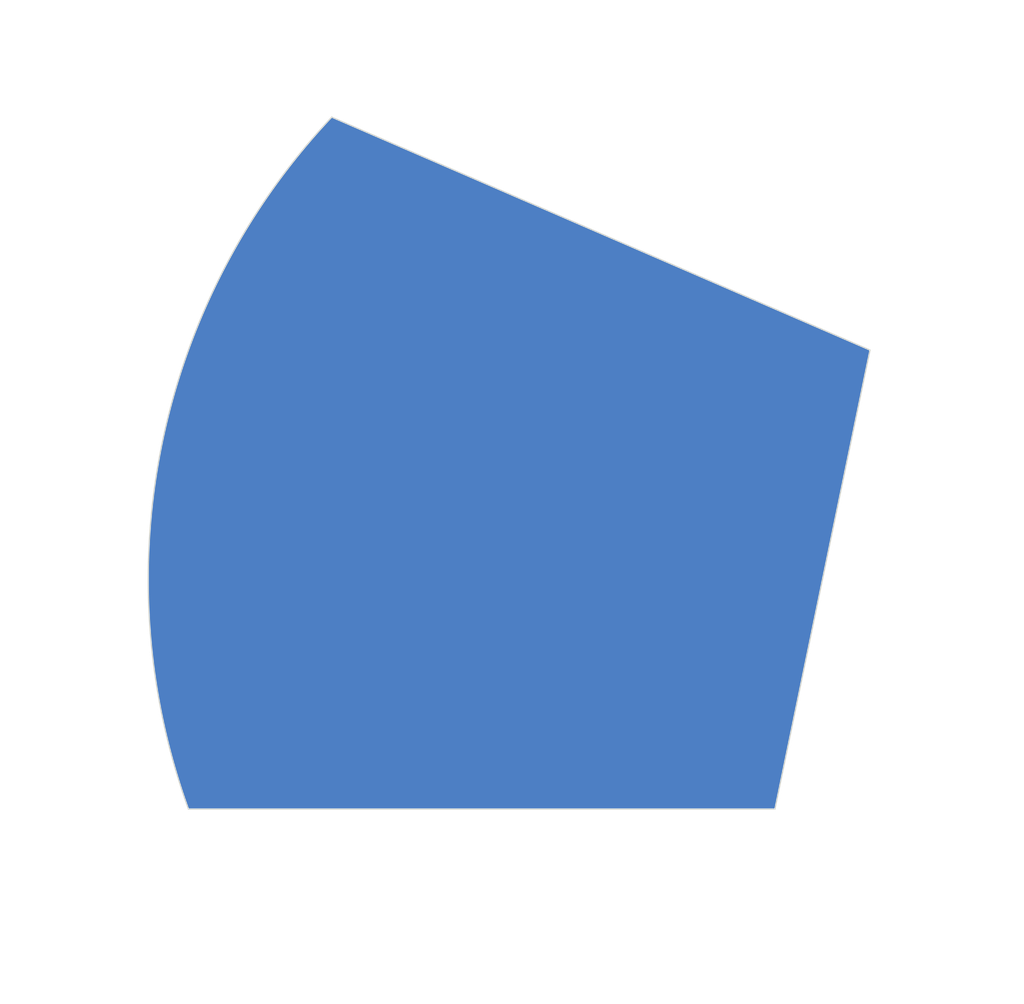
<source format=kicad_pcb>
(kicad_pcb (version 20211014) (generator pcbnew)

  (general
    (thickness 1.6)
  )

  (paper "A4")
  (layers
    (0 "F.Cu" signal)
    (31 "B.Cu" signal)
    (32 "B.Adhes" user "B.Adhesive")
    (33 "F.Adhes" user "F.Adhesive")
    (34 "B.Paste" user)
    (35 "F.Paste" user)
    (36 "B.SilkS" user "B.Silkscreen")
    (37 "F.SilkS" user "F.Silkscreen")
    (38 "B.Mask" user)
    (39 "F.Mask" user)
    (40 "Dwgs.User" user "User.Drawings")
    (41 "Cmts.User" user "User.Comments")
    (42 "Eco1.User" user "User.Eco1")
    (43 "Eco2.User" user "User.Eco2")
    (44 "Edge.Cuts" user)
    (45 "Margin" user)
    (46 "B.CrtYd" user "B.Courtyard")
    (47 "F.CrtYd" user "F.Courtyard")
    (48 "B.Fab" user)
    (49 "F.Fab" user)
    (50 "User.1" user)
    (51 "User.2" user)
    (52 "User.3" user)
    (53 "User.4" user)
    (54 "User.5" user)
    (55 "User.6" user)
    (56 "User.7" user)
    (57 "User.8" user)
    (58 "User.9" user)
  )

  (setup
    (pad_to_mask_clearance 0)
    (pcbplotparams
      (layerselection 0x00010fc_ffffffff)
      (disableapertmacros false)
      (usegerberextensions false)
      (usegerberattributes true)
      (usegerberadvancedattributes true)
      (creategerberjobfile true)
      (svguseinch false)
      (svgprecision 6)
      (excludeedgelayer true)
      (plotframeref false)
      (viasonmask false)
      (mode 1)
      (useauxorigin false)
      (hpglpennumber 1)
      (hpglpenspeed 20)
      (hpglpendiameter 15.000000)
      (dxfpolygonmode true)
      (dxfimperialunits true)
      (dxfusepcbnewfont true)
      (psnegative false)
      (psa4output false)
      (plotreference true)
      (plotvalue true)
      (plotinvisibletext false)
      (sketchpadsonfab false)
      (subtractmaskfromsilk false)
      (outputformat 1)
      (mirror false)
      (drillshape 0)
      (scaleselection 1)
      (outputdirectory "../Rev0/")
    )
  )

  (net 0 "")

  (gr_line (start 120.05 60.225) (end 162.575 78.65) (layer "B.Mask") (width 1) (tstamp 714636ad-e970-4d48-ae5e-3ecc268b7982))
  (gr_line (start 155.05 114.9) (end 108.725 114.9) (layer "B.Mask") (width 1) (tstamp 9a68a900-e066-4947-859a-4323f0e05b8f))
  (gr_line (start 162.575 78.65) (end 155.05 114.9) (layer "B.Mask") (width 1) (tstamp d3b26ea2-5612-43fc-9876-51d89c00ff00))
  (gr_arc (start 108.717074 114.892526) (mid 106.648862 85.955316) (end 120.05 60.225) (layer "B.Mask") (width 1) (tstamp e9be8aa8-70cd-4366-902f-4a02a56a641b))
  (gr_poly
    (pts
      (xy 145.975 89.7)
      (xy 146.5 91.025)
      (xy 146.225 91.25)
      (xy 145.575 90.1)
      (xy 143.425 89.275)
      (xy 144.75 89.15)
    ) (layer "F.Mask") (width 0.15) (fill solid) (tstamp 0427c292-20e7-48a5-9730-10e2d02d5290))
  (gr_poly
    (pts
      (xy 130.951127 72.333977)
      (xy 132.251127 75.233977)
      (xy 132.525 76.8)
      (xy 132.304878 75.981099)
      (xy 131.204878 74.606099)
      (xy 130.775 72.35)
      (xy 130.975 71.925)
    ) (layer "F.Mask") (width 0.15) (fill solid) (tstamp 046af5e9-269a-4bcb-a2e8-b94e2d956c78))
  (gr_poly
    (pts
      (xy 130.05 85.675)
      (xy 132.375 88.075)
      (xy 132.65 89.675)
      (xy 130.375 90.825)
      (xy 126.125 89.35)
      (xy 125.075 87.375)
      (xy 124.625 86.75)
      (xy 123.8 86.075)
      (xy 122.775 85.6)
      (xy 122.65 85.525)
      (xy 123.825 85.925)
      (xy 125.375 86.075)
      (xy 127.425 85.35)
    ) (layer "F.Mask") (width 0.15) (fill solid) (tstamp 07245f9a-b7ff-443e-a47b-9a3f06358848))
  (gr_poly
    (pts
      (xy 143.225 89)
      (xy 142 90.025)
      (xy 141.075 92.575)
      (xy 140.025 93.475)
      (xy 138.2 93.5)
      (xy 137.125 93.05)
      (xy 138.25 89.1)
      (xy 139.375 88.4)
      (xy 140.45 88.35)
      (xy 142.225 89.1)
      (xy 142.675 88.925)
      (xy 143.45 88.2)
    ) (layer "F.Mask") (width 0.15) (fill solid) (tstamp 0cb4e293-75bb-48f0-9d86-3dec2d5d437f))
  (gr_poly
    (pts
      (xy 146.125 93.875)
      (xy 146.05 95.55)
      (xy 145.675 94.9)
      (xy 145.625 93.4)
      (xy 145.8 92.875)
    ) (layer "F.Mask") (width 0.15) (fill solid) (tstamp 1bd3ecb8-025a-4ea1-8645-ca6957933b1d))
  (gr_poly
    (pts
      (xy 147.575 98.625)
      (xy 147.025 98.95)
      (xy 145.275 98.825)
      (xy 144.25 101.95)
      (xy 142.625 101.4)
      (xy 141.625 100.5)
      (xy 141.2 99.975)
      (xy 142.325 100.125)
      (xy 142.45 100.125)
      (xy 143.45 98.525)
      (xy 145.15 98.1)
      (xy 146.625 96.375)
    ) (layer "F.Mask") (width 0.15) (fill solid) (tstamp 234ccf52-7489-47ed-9e47-7adf5a388357))
  (gr_poly
    (pts
      (xy 119.201838 99.660327)
      (xy 119.801838 100.860327)
      (xy 121.676838 100.885327)
      (xy 120.151838 101.510327)
      (xy 118.901838 101.635327)
      (xy 118.726838 101.235327)
      (xy 118.951838 100.635327)
      (xy 118.901838 96.910327)
    ) (layer "F.Mask") (width 0.15) (fill solid) (tstamp 23f7b332-355e-4cca-8790-34a3708f684a))
  (gr_poly
    (pts
      (xy 126.151838 97.910327)
      (xy 125.951838 99.435327)
      (xy 126.026838 100.085327)
      (xy 123.301838 102.510327)
      (xy 122.676838 102.285327)
      (xy 121.951838 100.485327)
      (xy 123.201838 100.035327)
      (xy 124.978174 98.604271)
      (xy 126.701838 96.585327)
    ) (layer "F.Mask") (width 0.15) (fill solid) (tstamp 2e09ca18-47ed-485b-9735-3743ad4d3e91))
  (gr_poly
    (pts
      (xy 133.725 72.625)
      (xy 133.625 74.975)
      (xy 133.225 75.75)
      (xy 133.025 78.15)
      (xy 132.675 74.825)
      (xy 133.25 74.25)
      (xy 133.625 72.725)
    ) (layer "F.Mask") (width 0.15) (fill solid) (tstamp 33784444-fe71-4bf2-99e3-3787f5eb6358))
  (gr_poly
    (pts
      (xy 141.15 93.825)
      (xy 142 95.95)
      (xy 141.9 96.25)
      (xy 140.75 93.5)
    ) (layer "F.Mask") (width 0.15) (fill solid) (tstamp 39b71293-82a9-4cf2-b5e7-5fb0ece818e8))
  (gr_poly
    (pts
      (xy 145.775 91.2)
      (xy 146.475 93.2)
      (xy 145.225 91.125)
      (xy 145.4 90.8)
    ) (layer "F.Mask") (width 0.15) (fill solid) (tstamp 3c6e38d0-c710-4a17-b010-8b9daa1f57f6))
  (gr_poly
    (pts
      (xy 148.575 86.875)
      (xy 149.375 89.15)
      (xy 149.375 90)
      (xy 147.875 89.75)
      (xy 146.625 88.65)
      (xy 142.4 87.625)
      (xy 144.425 87.75)
      (xy 147.275 87.125)
      (xy 148.1 86.65)
    ) (layer "F.Mask") (width 0.15) (fill solid) (tstamp 4235f1c1-3c95-4977-8238-a0f5e8aabeba))
  (gr_poly
    (pts
      (xy 125.151838 97.785327)
      (xy 121.251838 100.510327)
      (xy 121.651838 100.085327)
      (xy 123.226838 98.860327)
      (xy 125.426838 97.085327)
      (xy 125.826838 96.935327)
    ) (layer "F.Mask") (width 0.15) (fill solid) (tstamp 469f1393-3245-4821-a0ab-13749cb4ae73))
  (gr_poly
    (pts
      (xy 136.925 95.4)
      (xy 136.65 98.725)
      (xy 137.45 99.8)
      (xy 139.1 100.975)
      (xy 138.35 103.025)
      (xy 136.975 103.2)
      (xy 135.725 101.15)
      (xy 135.458062 99.7626)
      (xy 136.883062 94.2376)
      (xy 137.35 93.725)
    ) (layer "F.Mask") (width 0.15) (fill solid) (tstamp 4a43c944-b5d5-443b-b4d4-55bd0e590cff))
  (gr_line (start 120.05 60.225) (end 162.575 78.65) (layer "F.Mask") (width 1) (tstamp 4ada17d4-912a-430e-bac3-414cd2236936))
  (gr_poly
    (pts
      (xy 118.087423 96.873362)
      (xy 118.087423 99.423362)
      (xy 118.687423 99.798362)
      (xy 117.987423 99.948362)
      (xy 117.787423 99.798362)
      (xy 117.837423 96.773362)
      (xy 121.012423 92.948362)
    ) (layer "F.Mask") (width 0.15) (fill solid) (tstamp 4b3e3082-1e8b-4510-bb5b-d5672ad3a784))
  (gr_poly
    (pts
      (xy 132.625 73.375)
      (xy 132.975 73.1)
      (xy 132.8 73.725)
      (xy 132.375 73.65)
      (xy 132.1 73.325)
      (xy 132.1 73.075)
    ) (layer "F.Mask") (width 0.15) (fill solid) (tstamp 52e592bc-1df0-4431-9561-dd7211e8bc95))
  (gr_poly
    (pts
      (xy 145.625 95.7)
      (xy 145.45 96.25)
      (xy 144.375 97.05)
      (xy 142.925 96.6)
      (xy 144.35 96.7)
      (xy 145.25 95.625)
    ) (layer "F.Mask") (width 0.15) (fill solid) (tstamp 5612feff-4fd0-445d-ba1f-30ea9f88d4f3))
  (gr_poly
    (pts
      (xy 134.025 79.825)
      (xy 133.6 80.75)
      (xy 134.75 84.375)
      (xy 134.475 84.3)
      (xy 133.3 80.625)
      (xy 132.65 79.975)
      (xy 132.625 79.475)
      (xy 133.25 79.6)
      (xy 133.875 78.975)
    ) (layer "F.Mask") (width 0.15) (fill solid) (tstamp 56343fef-9a56-4dc8-aaab-edae529c86f8))
  (gr_poly
    (pts
      (xy 130.525 74.85)
      (xy 132.025 76.65)
      (xy 132.475 78.525)
      (xy 132.475 79.15)
      (xy 131.775 79.375)
      (xy 129.375 77.95)
      (xy 129.175 75.975)
      (xy 130.175 74.2)
      (xy 130.65 72.925)
    ) (layer "F.Mask") (width 0.15) (fill solid) (tstamp 59f0e467-0fc8-41fe-8c4c-e1a0ed0e7cde))
  (gr_poly
    (pts
      (xy 123.126838 91.810327)
      (xy 117.426838 93.685327)
      (xy 116.551838 95.135327)
      (xy 117.901838 96.160327)
      (xy 113.826838 96.485327)
      (xy 112.876838 95.635327)
      (xy 116.301838 92.685327)
    ) (layer "F.Mask") (width 0.15) (fill solid) (tstamp 5a47a266-eda2-4b06-aaa2-487b4751a920))
  (gr_poly
    (pts
      (xy 139.6 99.425)
      (xy 141.1 101.2)
      (xy 140.825 101.65)
      (xy 138.925 99.575)
      (xy 137.725 96.75)
      (xy 137.8 95.475)
    ) (layer "F.Mask") (width 0.15) (fill solid) (tstamp 5f7c4a2a-38c7-4906-ac91-a7fddbbea9b6))
  (gr_poly
    (pts
      (xy 127.905341 108.69857)
      (xy 127.975 109.6)
      (xy 128.225 108.775)
      (xy 128.85 108)
      (xy 129.45 108.275)
      (xy 129.575 109.475)
      (xy 128.375 110.6)
      (xy 128.3 111)
      (xy 128.05 111.15)
      (xy 127.825 110.95)
      (xy 127.875 110.55)
      (xy 127.45 109.025)
      (xy 127.85 108.15)
      (xy 128.563378 107.895712)
    ) (layer "F.Mask") (width 0.15) (fill solid) (tstamp 6b761799-b621-4525-99e0-714e5d2ab8b1))
  (gr_poly
    (pts
      (xy 134.2 102.425)
      (xy 135.25 103.475)
      (xy 136.625 104.475)
      (xy 138.2 104.9)
      (xy 137 104.75)
      (xy 135.8 105.125)
      (xy 135.4 105.85)
      (xy 134.824364 106.207504)
      (xy 132.139723 105.852341)
      (xy 130.640359 104.594837)
      (xy 130.325 103.1)
      (xy 131.725 101.85)
    ) (layer "F.Mask") (width 0.15) (fill solid) (tstamp 70662247-04df-4d5c-a8b5-f487ecece5d5))
  (gr_poly
    (pts
      (xy 147.65 90.1)
      (xy 149.075 90.25)
      (xy 149.875 91.6)
      (xy 149.475 94.025)
      (xy 149.05 96.425)
      (xy 148.8 96.675)
      (xy 147.175 96.45)
      (xy 146.625 95.95)
      (xy 147 93.9)
      (xy 146.975 91.025)
      (xy 146.625 89.65)
    ) (layer "F.Mask") (width 0.15) (fill solid) (tstamp 811e6c31-9e25-4669-82db-8585e693a595))
  (gr_poly
    (pts
      (xy 136.1 93.525)
      (xy 132.975 94.1)
      (xy 132.125 95.05)
      (xy 132.75 93.85)
      (xy 135.875 93.425)
      (xy 136.875 92.525)
    ) (layer "F.Mask") (width 0.15) (fill solid) (tstamp 835f9e6d-633e-4ba6-a60b-41e0b51fc32c))
  (gr_poly
    (pts
      (xy 125.77699 93.233214)
      (xy 126.10199 94.983214)
      (xy 124.97699 96.808214)
      (xy 122.151838 99.035327)
      (xy 121.45199 99.333214)
      (xy 122.07699 98.633214)
      (xy 121.376838 97.360327)
      (xy 120.17699 96.983214)
      (xy 119.60199 97.608214)
      (xy 121.626838 93.035327)
      (xy 123.476838 91.985327)
      (xy 124.92699 92.208214)
    ) (layer "F.Mask") (width 0.15) (fill solid) (tstamp a28ce203-1403-4f27-851a-1069e7299f27))
  (gr_line (start 162.575 78.65) (end 155.05 114.9) (layer "F.Mask") (width 1) (tstamp afdd9417-15d0-4512-8a55-269c7b2dd50a))
  (gr_poly
    (pts
      (xy 133.625 72.2)
      (xy 133 72.825)
      (xy 132.4 72.25)
      (xy 132 72.6)
      (xy 131.5 72.15)
      (xy 132.4 71.65)
    ) (layer "F.Mask") (width 0.15) (fill solid) (tstamp b495547a-f755-438d-93a3-53b5dc251efd))
  (gr_poly
    (pts
      (xy 142.075 82.8)
      (xy 143.95 85.325)
      (xy 144.4 86.95)
      (xy 144 87.075)
      (xy 141.875 86.25)
      (xy 139.175 87.025)
      (xy 136.9 89.1)
      (xy 135.65 92.75)
      (xy 136.3 89.15)
      (xy 138.5 85.05)
      (xy 141.5 82.7)
    ) (layer "F.Mask") (width 0.15) (fill solid) (tstamp ba9818c0-179f-4c8b-a1f4-f74d9bd5f499))
  (gr_poly
    (pts
      (xy 136.425 85.025)
      (xy 137.05 85.925)
      (xy 134.975 88.225)
      (xy 134.625 92.8)
      (xy 133.05 88.925)
      (xy 133.375 86.725)
      (xy 134.575 85.225)
    ) (layer "F.Mask") (width 0.15) (fill solid) (tstamp bcdd5b5c-9551-4c86-9071-819f0b1f12ed))
  (gr_poly
    (pts
      (xy 128.725 101.575)
      (xy 129.4 102.75)
      (xy 127.875 105.1)
      (xy 124.6 106.125)
      (xy 123.825 106.95)
      (xy 124.125 105.55)
      (xy 124.175 103.775)
      (xy 124.975 102.575)
      (xy 126.85 101.25)
    ) (layer "F.Mask") (width 0.15) (fill solid) (tstamp bda96200-0de7-4a30-a154-bd26f3e0133b))
  (gr_poly
    (pts
      (xy 130.6 97.875)
      (xy 129.925 102.975)
      (xy 129 107.325)
      (xy 129.225 107.875)
      (xy 128.775 107.65)
      (xy 128.325 107.65)
      (xy 128.825 107.175)
      (xy 129.825 102.8)
      (xy 130.15 99.85)
      (xy 130.2 97.7)
    ) (layer "F.Mask") (width 0.15) (fill solid) (tstamp c2a695dc-ca28-4ecd-9ba4-38d6977cb086))
  (gr_arc (start 108.725 114.9) (mid 106.656788 85.96279) (end 120.057926 60.232474) (layer "F.Mask") (width 1) (tstamp c874645a-e414-4da2-a988-bcd23de2c1ab))
  (gr_poly
    (pts
      (xy 120.776838 89.335327)
      (xy 122.780797 91.456637)
      (xy 121.459544 91.621101)
      (xy 115.301838 91.010327)
      (xy 115.801838 92.210327)
      (xy 115.751838 92.685327)
      (xy 114.096191 89.985094)
      (xy 114.160013 89.502656)
      (xy 117.287844 87.924106)
    ) (layer "F.Mask") (width 0.15) (fill solid) (tstamp e7713f4a-e95c-48b2-80c1-bdab97ae2479))
  (gr_poly
    (pts
      (xy 130.524954 81.925063)
      (xy 131.424954 84.225063)
      (xy 131.308265 85.808925)
      (xy 129.949954 84.875063)
      (xy 127.675141 84.592411)
      (xy 126.375141 83.642411)
      (xy 125.325141 82.492411)
      (xy 124.950141 80.692411)
      (xy 126.225141 79.217411)
      (xy 126.225141 78.017411)
      (xy 126.575141 78.917411)
      (xy 127.550141 79.667411)
      (xy 128.758265 80.233925)
    ) (layer "F.Mask") (width 0.15) (fill solid) (tstamp e8eb86d1-7979-49d5-816b-8c755036d322))
  (gr_poly
    (pts
      (xy 139.875 94.05)
      (xy 140.6 94.85)
      (xy 141.2 97.725)
      (xy 141.925 99.1)
      (xy 141.775 99.4)
      (xy 140.225 97.15)
      (xy 139.75 96.125)
      (xy 138.475 95.625)
      (xy 138.25 93.975)
    ) (layer "F.Mask") (width 0.15) (fill solid) (tstamp e979bd96-133a-47f0-9d0a-0ccac59481e8))
  (gr_line (start 155.05 114.9) (end 108.725 114.9) (layer "F.Mask") (width 1) (tstamp ea3938b2-2885-49b4-8029-dd5785a52da5))
  (gr_poly
    (pts
      (xy 135.619498 95.504366)
      (xy 134.269498 99.529366)
      (xy 134.597381 100.156131)
      (xy 133.572381 100.031131)
      (xy 133.247381 99.656131)
      (xy 131.797381 96.056131)
      (xy 131.972381 95.406131)
      (xy 134.344498 94.779366)
    ) (layer "F.Mask") (width 0.15) (fill solid) (tstamp ebaaa5e5-c081-4b5c-b56c-607879f1b7db))
  (gr_poly
    (pts
      (xy 127.1 91.675)
      (xy 130.351838 94.335327)
      (xy 130.378775 95.161433)
      (xy 128.328775 98.186433)
      (xy 126.678775 98.986433)
      (xy 126.35 98.775)
      (xy 127.75 97.125)
      (xy 127.175 93.4)
      (xy 125.3 91.575)
    ) (layer "F.Mask") (width 0.15) (fill solid) (tstamp ee889cb6-0574-4149-ba5f-0a2aa6c31ccb))
  (gr_poly
    (pts
      (xy 141.825 96.675)
      (xy 143.225 97.15)
      (xy 142.925 97.45)
      (xy 141.3 96.75)
      (xy 141.2 95.7)
    ) (layer "F.Mask") (width 0.15) (fill solid) (tstamp f1ad52bf-62bb-4dec-93e1-d6a5c8fd74a5))
  (gr_poly
    (pts
      (xy 139.925 81.175)
      (xy 139.275 82.875)
      (xy 138.25 82.55)
      (xy 137.575 83.5)
      (xy 136.725 83.25)
      (xy 136.1 82.3)
      (xy 135.45 80.65)
      (xy 135.45 78.8)
      (xy 136.525 77.35)
      (xy 137 76.15)
      (xy 136.875 75.225)
      (xy 137.775 76.975)
      (xy 139.35 78.2)
    ) (layer "F.Mask") (width 0.15) (fill solid) (tstamp f7420771-4dc2-4304-8994-172c05098f17))
  (gr_poly
    (pts
      (xy 135.15 75.4)
      (xy 135.725 77.275)
      (xy 134.85 78.4)
      (xy 133.4 78.75)
      (xy 133.575 77.575)
      (xy 133.5 76.3)
      (xy 134.325 75.1)
      (xy 133.95 73.25)
    ) (layer "F.Mask") (width 0.15) (fill solid) (tstamp fb796280-ad20-475b-bc65-417bcea5cff2))
  (gr_line (start 108.703493 114.925334) (end 155.080015 114.925334) (layer "Edge.Cuts") (width 0.1) (tstamp 0b9f1b72-54f4-44ec-b030-65ac10f12a92))
  (gr_line (start 155.080015 114.925334) (end 162.596508 78.636004) (layer "Edge.Cuts") (width 0.1) (tstamp 36cd1749-8a5f-4a0e-be55-642f12ccbce4))
  (gr_line (start 162.596508 78.636004) (end 120.035539 60.214666) (layer "Edge.Cuts") (width 0.1) (tstamp b765b81b-8d0f-4997-a504-8a46b6df600f))
  (gr_arc (start 108.703493 114.925334) (mid 106.629224 85.966778) (end 120.035539 60.214666) (layer "Edge.Cuts") (width 0.1) (tstamp ec5703de-b633-48c5-a1b2-398febd56925))
  (gr_text "Plate all perimeter edges" (at 146.975 65.3) (layer "Dwgs.User") (tstamp 7f1bb438-d734-43f9-8ac8-398ff3f6d6db)
    (effects (font (size 1 1) (thickness 0.15)))
  )

  (zone (net 0) (net_name "") (layers F&B.Cu) (tstamp 3726beb7-68ff-48f9-8c0d-d4dda369962a) (hatch edge 0.508)
    (connect_pads (clearance 0))
    (min_thickness 0.254) (filled_areas_thickness no)
    (fill yes (thermal_gap 0.508) (thermal_bridge_width 0.508))
    (polygon
      (pts
        (xy 174.8 73.8)
        (xy 163.15 130.35)
        (xy 93.8 120.45)
        (xy 111.9 50.95)
      )
    )
    (filled_polygon
      (layer "F.Cu")
      (island)
      (pts
        (xy 120.10694 60.247274)
        (xy 120.118086 60.251484)
        (xy 140.279484 68.977787)
        (xy 162.501228 78.595854)
        (xy 162.555798 78.641268)
        (xy 162.577153 78.708977)
        (xy 162.574559 78.737043)
        (xy 160.931659 86.668898)
        (xy 155.359407 113.571514)
        (xy 155.100006 114.82389)
        (xy 155.066603 114.886538)
        (xy 155.004633 114.921182)
        (xy 154.976625 114.924334)
        (xy 108.793872 114.924334)
        (xy 108.725751 114.904332)
        (xy 108.679258 114.850676)
        (xy 108.674827 114.839616)
        (xy 108.235078 113.571514)
        (xy 108.23401 113.568297)
        (xy 107.801725 112.204244)
        (xy 107.800745 112.201)
        (xy 107.466326 111.038012)
        (xy 107.466268 111.037808)
        (xy 107.401578 110.811408)
        (xy 107.400743 110.808342)
        (xy 107.129162 109.758315)
        (xy 107.129088 109.758027)
        (xy 107.038917 109.405976)
        (xy 107.038187 109.402971)
        (xy 106.810754 108.414692)
        (xy 106.810669 108.41432)
        (xy 106.714685 107.991389)
        (xy 106.714054 107.988448)
        (xy 106.522062 107.03786)
        (xy 106.429049 106.568394)
        (xy 106.428518 106.565538)
        (xy 106.267475 105.640629)
        (xy 106.267381 105.640086)
        (xy 106.182275 105.138329)
        (xy 106.181832 105.135525)
        (xy 106.048892 104.228227)
        (xy 106.048802 104.227598)
        (xy 105.974514 103.702127)
        (xy 105.974158 103.699396)
        (xy 105.867642 102.805387)
        (xy 105.867559 102.804671)
        (xy 105.805918 102.260864)
        (xy 105.805645 102.258209)
        (xy 105.724388 101.374407)
        (xy 105.724317 101.373605)
        (xy 105.676607 100.815611)
        (xy 105.676413 100.813034)
        (xy 105.619613 99.937453)
        (xy 105.619559 99.936565)
        (xy 105.586673 99.367451)
        (xy 105.586553 99.364954)
        (xy 105.553634 98.496299)
        (xy 105.553601 98.495325)
        (xy 105.536174 97.917424)
        (xy 105.536125 97.915009)
        (xy 105.526656 97.052424)
        (xy 105.526648 97.051365)
        (xy 105.525145 96.466743)
        (xy 105.525161 96.464413)
        (xy 105.538817 95.606975)
        (xy 105.53884 95.605831)
        (xy 105.553582 95.016395)
        (xy 105.553659 95.01415)
        (xy 105.590193 94.161606)
        (xy 105.590251 94.160379)
        (xy 105.621451 93.567518)
        (xy 105.621583 93.565361)
        (xy 105.680815 92.717291)
        (xy 105.680914 92.715981)
        (xy 105.728697 92.121116)
        (xy 105.72888 92.119049)
        (xy 105.810637 91.275602)
        (xy 105.810779 91.274211)
        (xy 105.875224 90.6783)
        (xy 105.875454 90.676321)
        (xy 105.979643 89.837206)
        (xy 105.979835 89.835736)
        (xy 106.060898 89.240273)
        (xy 106.061169 89.238386)
        (xy 106.09499 89.015263)
        (xy 106.187714 88.403543)
        (xy 106.187924 88.402215)
        (xy 106.285585 87.80793)
        (xy 106.285893 87.806135)
        (xy 106.434664 86.976026)
        (xy 106.434966 86.974401)
        (xy 106.549118 86.38229)
        (xy 106.549415 86.380804)
        (xy 106.720428 85.555166)
        (xy 106.720792 85.553468)
        (xy 106.851174 84.964961)
        (xy 106.851542 84.96335)
        (xy 107.044763 84.142347)
        (xy 107.04516 84.140712)
        (xy 107.113214 83.869212)
        (xy 107.191613 83.556446)
        (xy 107.192004 83.554928)
        (xy 107.407405 82.738787)
        (xy 107.407905 82.736947)
        (xy 107.570095 82.158067)
        (xy 107.570504 82.156642)
        (xy 107.808164 81.345281)
        (xy 107.808739 81.343374)
        (xy 107.986261 80.771014)
        (xy 107.986682 80.769681)
        (xy 108.246702 79.96308)
        (xy 108.247355 79.961109)
        (xy 108.439819 79.396124)
        (xy 108.440249 79.394883)
        (xy 108.722754 78.593066)
        (xy 108.72349 78.591035)
        (xy 108.930322 78.034627)
        (xy 108.930756 78.033477)
        (xy 109.235875 77.236546)
        (xy 109.236696 77.234456)
        (xy 109.457305 76.687644)
        (xy 109.457738 76.686585)
        (xy 109.785792 75.894267)
        (xy 109.786703 75.892122)
        (xy 110.020295 75.356209)
        (xy 110.020723 75.35524)
        (xy 110.372047 74.567375)
        (xy 110.373051 74.565179)
        (xy 110.618604 74.041721)
        (xy 110.619022 74.04084)
        (xy 110.994267 73.256745)
        (xy 110.995368 73.254501)
        (xy 111.251595 72.745294)
        (xy 111.251998 72.744501)
        (xy 111.651961 71.963434)
        (xy 111.653109 71.961249)
        (xy 111.792761 71.701789)
        (xy 111.918505 71.468171)
        (xy 111.918888 71.467464)
        (xy 112.344554 70.688583)
        (xy 112.345859 70.686254)
        (xy 112.618465 70.211622)
        (xy 112.618826 70.210998)
        (xy 113.071677 69.432874)
        (xy 113.073088 69.430509)
        (xy 113.349983 68.977787)
        (xy 113.350316 68.977246)
        (xy 113.832722 68.197376)
        (xy 113.834242 68.194979)
        (xy 114.111518 67.768514)
        (xy 114.11182 67.768053)
        (xy 114.627157 66.982967)
        (xy 114.628789 66.980541)
        (xy 114.900287 66.587138)
        (xy 115.454385 65.790566)
        (xy 115.456132 65.788117)
        (xy 115.711976 65.438429)
        (xy 116.056046 64.971129)
        (xy 116.313763 64.621111)
        (xy 116.315628 64.618643)
        (xy 116.537859 64.331839)
        (xy 116.538041 64.331605)
        (xy 117.20465 63.475472)
        (xy 117.206633 63.472989)
        (xy 117.355579 63.291339)
        (xy 117.355625 63.291376)
        (xy 117.355713 63.291176)
        (xy 118.124907 62.356298)
        (xy 118.127095 62.353709)
        (xy 119.065652 61.273568)
        (xy 119.06791 61.27104)
        (xy 119.975184 60.281946)
        (xy 120.035971 60.245266)
      )
    )
    (filled_polygon
      (layer "B.Cu")
      (island)
      (pts
        (xy 120.10694 60.247274)
        (xy 120.118086 60.251484)
        (xy 140.279484 68.977787)
        (xy 162.501228 78.595854)
        (xy 162.555798 78.641268)
        (xy 162.577153 78.708977)
        (xy 162.574559 78.737043)
        (xy 160.931659 86.668898)
        (xy 155.359407 113.571514)
        (xy 155.100006 114.82389)
        (xy 155.066603 114.886538)
        (xy 155.004633 114.921182)
        (xy 154.976625 114.924334)
        (xy 108.793872 114.924334)
        (xy 108.725751 114.904332)
        (xy 108.679258 114.850676)
        (xy 108.674827 114.839616)
        (xy 108.235078 113.571514)
        (xy 108.23401 113.568297)
        (xy 107.801725 112.204244)
        (xy 107.800745 112.201)
        (xy 107.466326 111.038012)
        (xy 107.466268 111.037808)
        (xy 107.401578 110.811408)
        (xy 107.400743 110.808342)
        (xy 107.129162 109.758315)
        (xy 107.129088 109.758027)
        (xy 107.038917 109.405976)
        (xy 107.038187 109.402971)
        (xy 106.810754 108.414692)
        (xy 106.810669 108.41432)
        (xy 106.714685 107.991389)
        (xy 106.714054 107.988448)
        (xy 106.522062 107.03786)
        (xy 106.429049 106.568394)
        (xy 106.428518 106.565538)
        (xy 106.267475 105.640629)
        (xy 106.267381 105.640086)
        (xy 106.182275 105.138329)
        (xy 106.181832 105.135525)
        (xy 106.048892 104.228227)
        (xy 106.048802 104.227598)
        (xy 105.974514 103.702127)
        (xy 105.974158 103.699396)
        (xy 105.867642 102.805387)
        (xy 105.867559 102.804671)
        (xy 105.805918 102.260864)
        (xy 105.805645 102.258209)
        (xy 105.724388 101.374407)
        (xy 105.724317 101.373605)
        (xy 105.676607 100.815611)
        (xy 105.676413 100.813034)
        (xy 105.619613 99.937453)
        (xy 105.619559 99.936565)
        (xy 105.586673 99.367451)
        (xy 105.586553 99.364954)
        (xy 105.553634 98.496299)
        (xy 105.553601 98.495325)
        (xy 105.536174 97.917424)
        (xy 105.536125 97.915009)
        (xy 105.526656 97.052424)
        (xy 105.526648 97.051365)
        (xy 105.525145 96.466743)
        (xy 105.525161 96.464413)
        (xy 105.538817 95.606975)
        (xy 105.53884 95.605831)
        (xy 105.553582 95.016395)
        (xy 105.553659 95.01415)
        (xy 105.590193 94.161606)
        (xy 105.590251 94.160379)
        (xy 105.621451 93.567518)
        (xy 105.621583 93.565361)
        (xy 105.680815 92.717291)
        (xy 105.680914 92.715981)
        (xy 105.728697 92.121116)
        (xy 105.72888 92.119049)
        (xy 105.810637 91.275602)
        (xy 105.810779 91.274211)
        (xy 105.875224 90.6783)
        (xy 105.875454 90.676321)
        (xy 105.979643 89.837206)
        (xy 105.979835 89.835736)
        (xy 106.060898 89.240273)
        (xy 106.061169 89.238386)
        (xy 106.09499 89.015263)
        (xy 106.187714 88.403543)
        (xy 106.187924 88.402215)
        (xy 106.285585 87.80793)
        (xy 106.285893 87.806135)
        (xy 106.434664 86.976026)
        (xy 106.434966 86.974401)
        (xy 106.549118 86.38229)
        (xy 106.549415 86.380804)
        (xy 106.720428 85.555166)
        (xy 106.720792 85.553468)
        (xy 106.851174 84.964961)
        (xy 106.851542 84.96335)
        (xy 107.044763 84.142347)
        (xy 107.04516 84.140712)
        (xy 107.113214 83.869212)
        (xy 107.191613 83.556446)
        (xy 107.192004 83.554928)
        (xy 107.407405 82.738787)
        (xy 107.407905 82.736947)
        (xy 107.570095 82.158067)
        (xy 107.570504 82.156642)
        (xy 107.808164 81.345281)
        (xy 107.808739 81.343374)
        (xy 107.986261 80.771014)
        (xy 107.986682 80.769681)
        (xy 108.246702 79.96308)
        (xy 108.247355 79.961109)
        (xy 108.439819 79.396124)
        (xy 108.440249 79.394883)
        (xy 108.722754 78.593066)
        (xy 108.72349 78.591035)
        (xy 108.930322 78.034627)
        (xy 108.930756 78.033477)
        (xy 109.235875 77.236546)
        (xy 109.236696 77.234456)
        (xy 109.457305 76.687644)
        (xy 109.457738 76.686585)
        (xy 109.785792 75.894267)
        (xy 109.786703 75.892122)
        (xy 110.020295 75.356209)
        (xy 110.020723 75.35524)
        (xy 110.372047 74.567375)
        (xy 110.373051 74.565179)
        (xy 110.618604 74.041721)
        (xy 110.619022 74.04084)
        (xy 110.994267 73.256745)
        (xy 110.995368 73.254501)
        (xy 111.251595 72.745294)
        (xy 111.251998 72.744501)
        (xy 111.651961 71.963434)
        (xy 111.653109 71.961249)
        (xy 111.792761 71.701789)
        (xy 111.918505 71.468171)
        (xy 111.918888 71.467464)
        (xy 112.344554 70.688583)
        (xy 112.345859 70.686254)
        (xy 112.618465 70.211622)
        (xy 112.618826 70.210998)
        (xy 113.071677 69.432874)
        (xy 113.073088 69.430509)
        (xy 113.349983 68.977787)
        (xy 113.350316 68.977246)
        (xy 113.832722 68.197376)
        (xy 113.834242 68.194979)
        (xy 114.111518 67.768514)
        (xy 114.11182 67.768053)
        (xy 114.627157 66.982967)
        (xy 114.628789 66.980541)
        (xy 114.900287 66.587138)
        (xy 115.454385 65.790566)
        (xy 115.456132 65.788117)
        (xy 115.711976 65.438429)
        (xy 116.056046 64.971129)
        (xy 116.313763 64.621111)
        (xy 116.315628 64.618643)
        (xy 116.537859 64.331839)
        (xy 116.538041 64.331605)
        (xy 117.20465 63.475472)
        (xy 117.206633 63.472989)
        (xy 117.355579 63.291339)
        (xy 117.355625 63.291376)
        (xy 117.355713 63.291176)
        (xy 118.124907 62.356298)
        (xy 118.127095 62.353709)
        (xy 119.065652 61.273568)
        (xy 119.06791 61.27104)
        (xy 119.975184 60.281946)
        (xy 120.035971 60.245266)
      )
    )
  )
)

</source>
